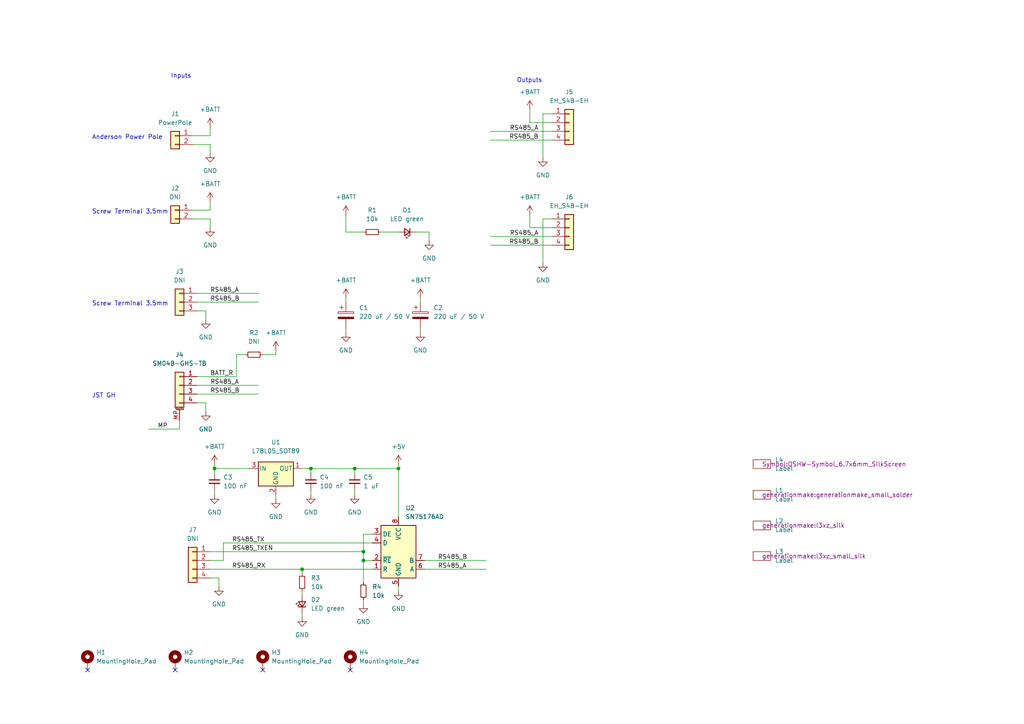
<source format=kicad_sch>
(kicad_sch (version 20211123) (generator eeschema)
  (paper "A4")
  (title_block (title "RS485-Power-Injector") (date "2023-01-23") (rev "0.1") (company "107-systems"))
  (lib_symbols
    (symbol "Connector_Generic:Conn_01x02" (pin_names (offset 1.016) hide)
      (property "Reference" "J" (at 0 2.54 0))
      (property "Value" "Conn_01x02" (at 0 -5.08 0))
      (symbol "Conn_01x02_1_1"
        (rectangle (start -1.27 -2.413) (end 0 -2.667) (stroke (width 0.1524)))
        (rectangle (start -1.27 0.127) (end 0 -0.127) (stroke (width 0.1524)))
        (rectangle (start -1.27 1.27) (end 1.27 -3.81) (stroke (width 0.254)) (fill (type background)))
        (pin passive line (at -5.08 0 0) (length 3.81) (name "Pin_1") (number "1"))
        (pin passive line (at -5.08 -2.54 0) (length 3.81) (name "Pin_2") (number "2"))
      )
    )
    (symbol "Connector_Generic:Conn_01x03" (pin_names (offset 1.016) hide)
      (property "Reference" "J" (at 0 5.08 0))
      (property "Value" "Conn_01x03" (at 0 -5.08 0))
      (symbol "Conn_01x03_1_1"
        (rectangle (start -1.27 -2.413) (end 0 -2.667) (stroke (width 0.1524)))
        (rectangle (start -1.27 0.127) (end 0 -0.127) (stroke (width 0.1524)))
        (rectangle (start -1.27 2.667) (end 0 2.413) (stroke (width 0.1524)))
        (rectangle (start -1.27 3.81) (end 1.27 -3.81) (stroke (width 0.254)) (fill (type background)))
        (pin passive line (at -5.08 2.54 0) (length 3.81) (name "Pin_1") (number "1"))
        (pin passive line (at -5.08 0 0) (length 3.81) (name "Pin_2") (number "2"))
        (pin passive line (at -5.08 -2.54 0) (length 3.81) (name "Pin_3") (number "3"))
      )
    )
    (symbol "Connector_Generic:Conn_01x04" (pin_names (offset 1.016) hide)
      (property "Reference" "J" (at 0 5.08 0))
      (property "Value" "Conn_01x04" (at 0 -7.62 0))
      (symbol "Conn_01x04_1_1"
        (rectangle (start -1.27 -4.953) (end 0 -5.207) (stroke (width 0.1524)))
        (rectangle (start -1.27 -2.413) (end 0 -2.667) (stroke (width 0.1524)))
        (rectangle (start -1.27 0.127) (end 0 -0.127) (stroke (width 0.1524)))
        (rectangle (start -1.27 2.667) (end 0 2.413) (stroke (width 0.1524)))
        (rectangle (start -1.27 3.81) (end 1.27 -6.35) (stroke (width 0.254)) (fill (type background)))
        (pin passive line (at -5.08 2.54 0) (length 3.81) (name "Pin_1") (number "1"))
        (pin passive line (at -5.08 0 0) (length 3.81) (name "Pin_2") (number "2"))
        (pin passive line (at -5.08 -2.54 0) (length 3.81) (name "Pin_3") (number "3"))
        (pin passive line (at -5.08 -5.08 0) (length 3.81) (name "Pin_4") (number "4"))
      )
    )
    (symbol "Connector_Generic_MountingPin:Conn_01x04_MountingPin" (pin_names (offset 1.016) hide)
      (property "Reference" "J" (at 0 5.08 0))
      (property "Value" "Conn_01x04_MountingPin" (at 1.27 -7.62 0))
      (symbol "Conn_01x04_MountingPin_1_1"
        (rectangle (start -1.27 -4.953) (end 0 -5.207) (stroke (width 0.1524)))
        (rectangle (start -1.27 -2.413) (end 0 -2.667) (stroke (width 0.1524)))
        (rectangle (start -1.27 0.127) (end 0 -0.127) (stroke (width 0.1524)))
        (rectangle (start -1.27 2.667) (end 0 2.413) (stroke (width 0.1524)))
        (rectangle (start -1.27 3.81) (end 1.27 -6.35) (stroke (width 0.254)) (fill (type background)))
        (polyline (pts (xy -1.016 -7.112) (xy 1.016 -7.112)) (stroke (width 0.1524)))
        (text "Mounting" (at 0 -6.731 0) (effects (font (size 0.381 0.381))))
        (pin passive line (at -5.08 2.54 0) (length 3.81) (name "Pin_1") (number "1"))
        (pin passive line (at -5.08 0 0) (length 3.81) (name "Pin_2") (number "2"))
        (pin passive line (at -5.08 -2.54 0) (length 3.81) (name "Pin_3") (number "3"))
        (pin passive line (at -5.08 -5.08 0) (length 3.81) (name "Pin_4") (number "4"))
        (pin passive line (at 0 -10.16 90) (length 3.048) (name "MountPin") (number "MP"))
      )
    )
    (symbol "Device:C_Polarized" (pin_numbers hide) (pin_names (offset 0.254))
      (property "Reference" "C" (at 0.635 2.54 0))
      (property "Value" "C_Polarized" (at 0.635 -2.54 0))
      (symbol "C_Polarized_0_1"
        (rectangle (start -2.286 0.508) (end 2.286 1.016))
        (polyline (pts (xy -1.778 2.286) (xy -0.762 2.286)))
        (polyline (pts (xy -1.27 2.794) (xy -1.27 1.778)))
        (rectangle (start 2.286 -0.508) (end -2.286 -1.016) (fill (type outline)))
      )
      (symbol "C_Polarized_1_1"
        (pin passive line (at 0 3.81 270) (length 2.794) (name "~") (number "1"))
        (pin passive line (at 0 -3.81 90) (length 2.794) (name "~") (number "2"))
      )
    )
    (symbol "Device:C_Small" (pin_numbers hide) (pin_names (offset 0.254) hide)
      (property "Reference" "C" (at 0.254 1.778 0))
      (property "Value" "C_Small" (at 0.254 -2.032 0))
      (symbol "C_Small_0_1"
        (polyline (pts (xy -1.524 -0.508) (xy 1.524 -0.508)) (stroke (width 0.3302)))
        (polyline (pts (xy -1.524 0.508) (xy 1.524 0.508)) (stroke (width 0.3048)))
      )
      (symbol "C_Small_1_1"
        (pin passive line (at 0 2.54 270) (length 2.032) (name "~") (number "1"))
        (pin passive line (at 0 -2.54 90) (length 2.032) (name "~") (number "2"))
      )
    )
    (symbol "Device:LED_Small" (pin_numbers hide) (pin_names (offset 0.254) hide)
      (property "Reference" "D" (at -1.27 3.175 0))
      (property "Value" "LED_Small" (at -4.445 -2.54 0))
      (symbol "LED_Small_0_1"
        (polyline (pts (xy -0.762 -1.016) (xy -0.762 1.016)) (stroke (width 0.254)))
        (polyline (pts (xy 1.016 0) (xy -0.762 0)))
        (polyline (pts (xy 0.762 -1.016) (xy -0.762 0) (xy 0.762 1.016) (xy 0.762 -1.016)) (stroke (width 0.254)))
        (polyline (pts (xy 0 0.762) (xy -0.508 1.27) (xy -0.254 1.27) (xy -0.508 1.27) (xy -0.508 1.016)))
        (polyline (pts (xy 0.508 1.27) (xy 0 1.778) (xy 0.254 1.778) (xy 0 1.778) (xy 0 1.524)))
      )
      (symbol "LED_Small_1_1"
        (pin passive line (at -2.54 0 0) (length 1.778) (name "K") (number "1"))
        (pin passive line (at 2.54 0 180) (length 1.778) (name "A") (number "2"))
      )
    )
    (symbol "Device:R_Small" (pin_numbers hide) (pin_names (offset 0.254) hide)
      (property "Reference" "R" (at 0.762 0.508 0))
      (property "Value" "R_Small" (at 0.762 -1.016 0))
      (symbol "R_Small_0_1"
        (rectangle (start -0.762 1.778) (end 0.762 -1.778) (stroke (width 0.2032)))
      )
      (symbol "R_Small_1_1"
        (pin passive line (at 0 2.54 270) (length 0.762) (name "~") (number "1"))
        (pin passive line (at 0 -2.54 90) (length 0.762) (name "~") (number "2"))
      )
    )
    (symbol "Interface_UART:SN75176AD"
      (property "Reference" "U" (at -4.318 8.89 0))
      (property "Value" "SN75176AD" (at 1.016 8.89 0))
      (symbol "SN75176AD_0_1"
        (rectangle (start -5.08 7.62) (end 5.08 -7.62) (stroke (width 0.254)) (fill (type background)))
      )
      (symbol "SN75176AD_1_1"
        (pin output line (at -7.62 -5.08 0) (length 2.54) (name "R") (number "1"))
        (pin input line (at -7.62 -2.54 0) (length 2.54) (name "~{RE}") (number "2"))
        (pin input line (at -7.62 5.08 0) (length 2.54) (name "DE") (number "3"))
        (pin input line (at -7.62 2.54 0) (length 2.54) (name "D") (number "4"))
        (pin power_in line (at 0 -10.16 90) (length 2.54) (name "GND") (number "5"))
        (pin bidirectional line (at 7.62 -5.08 180) (length 2.54) (name "A") (number "6"))
        (pin bidirectional line (at 7.62 -2.54 180) (length 2.54) (name "B") (number "7"))
        (pin power_in line (at 0 10.16 270) (length 2.54) (name "VCC") (number "8"))
      )
    )
    (symbol "Mechanical:MountingHole_Pad" (pin_numbers hide) (pin_names (offset 1.016) hide)
      (property "Reference" "H" (at 0 6.35 0))
      (property "Value" "MountingHole_Pad" (at 0 4.445 0))
      (symbol "MountingHole_Pad_0_1"
        (circle (center 0 1.27) (radius 1.27) (stroke (width 1.27)))
      )
      (symbol "MountingHole_Pad_1_1"
        (pin input line (at 0 -2.54 90) (length 2.54) (name "1") (number "1"))
      )
    )
    (symbol "Regulator_Linear:L78L05_SOT89" (pin_names (offset 0.254))
      (property "Reference" "U" (at -3.81 3.175 0))
      (property "Value" "L78L05_SOT89" (at -0.635 3.175 0))
      (symbol "L78L05_SOT89_0_1"
        (rectangle (start -5.08 1.905) (end 5.08 -5.08) (stroke (width 0.254)) (fill (type background)))
      )
      (symbol "L78L05_SOT89_1_1"
        (pin power_out line (at 7.62 0 180) (length 2.54) (name "OUT") (number "1"))
        (pin power_in line (at 0 -7.62 90) (length 2.54) (name "GND") (number "2"))
        (pin power_in line (at -7.62 0 0) (length 2.54) (name "IN") (number "3"))
      )
    )
    (symbol "generationmake:Label"
      (property "Reference" "L" (at 0 0 0))
      (property "Value" "Label" (at 0 0 0))
      (symbol "Label_0_1"
        (rectangle (start -2.54 1.27) (end 2.54 -1.27))
      )
    )
    (symbol "power:+5V" (power) (pin_names (offset 0))
      (property "Value" "+5V" (at 0 3.556 0))
      (symbol "+5V_0_1"
        (polyline (pts (xy -0.762 1.27) (xy 0 2.54)))
        (polyline (pts (xy 0 0) (xy 0 2.54)))
        (polyline (pts (xy 0 2.54) (xy 0.762 1.27)))
      )
      (symbol "+5V_1_1"
        (pin power_in line (at 0 0 90) (length 0) hide (name "+5V") (number "1"))
      )
    )
    (symbol "power:+BATT" (power) (pin_names (offset 0))
      (property "Value" "+BATT" (at 0 3.556 0))
      (symbol "+BATT_0_1"
        (polyline (pts (xy -0.762 1.27) (xy 0 2.54)))
        (polyline (pts (xy 0 0) (xy 0 2.54)))
        (polyline (pts (xy 0 2.54) (xy 0.762 1.27)))
      )
      (symbol "+BATT_1_1"
        (pin power_in line (at 0 0 90) (length 0) hide (name "+BATT") (number "1"))
      )
    )
    (symbol "power:GND" (power) (pin_names (offset 0))
      (property "Value" "GND" (at 0 -3.81 0))
      (symbol "GND_0_1"
        (polyline (pts (xy 0 0) (xy 0 -1.27) (xy 1.27 -1.27) (xy 0 -2.54) (xy -1.27 -1.27) (xy 0 -1.27)))
      )
      (symbol "GND_1_1"
        (pin power_in line (at 0 0 270) (length 0) hide (name "GND") (number "1"))
      )
    )
  )
  (junction (at 62.23 135.89))
  (junction (at 102.87 135.89))
  (junction (at 105.41 160.02))
  (junction (at 105.41 162.56))
  (junction (at 90.17 135.89))
  (junction (at 87.63 165.1))
  (junction (at 115.57 135.89))
  (no_connect (at 76.2 194.31))
  (no_connect (at 50.8 194.31))
  (no_connect (at 25.4 194.31))
  (no_connect (at 101.6 194.31))
  (wire (pts (xy 57.15 111.76) (xy 74.93 111.76)))
  (wire (pts (xy 64.77 162.56) (xy 64.77 157.48)))
  (wire (pts (xy 90.17 142.24) (xy 90.17 143.51)))
  (wire (pts (xy 90.17 135.89) (xy 90.17 137.16)))
  (wire (pts (xy 60.96 60.96) (xy 60.96 58.42)))
  (wire (pts (xy 121.92 95.25) (xy 121.92 96.52)))
  (wire (pts (xy 115.57 134.62) (xy 115.57 135.89)))
  (wire (pts (xy 105.41 160.02) (xy 105.41 162.56)))
  (wire (pts (xy 107.95 154.94) (xy 105.41 154.94)))
  (wire (pts (xy 68.58 102.87) (xy 68.58 109.22)))
  (wire (pts (xy 62.23 135.89) (xy 72.39 135.89)))
  (wire (pts (xy 57.15 114.3) (xy 74.93 114.3)))
  (wire (pts (xy 102.87 142.24) (xy 102.87 143.51)))
  (wire (pts (xy 71.12 102.87) (xy 68.58 102.87)))
  (wire (pts (xy 60.96 63.5) (xy 60.96 66.04)))
  (wire (pts (xy 57.15 85.09) (xy 74.93 85.09)))
  (wire (pts (xy 60.96 160.02) (xy 105.41 160.02)))
  (wire (pts (xy 90.17 135.89) (xy 102.87 135.89)))
  (wire (pts (xy 52.07 124.46) (xy 52.07 121.92)))
  (wire (pts (xy 123.19 165.1) (xy 140.97 165.1)))
  (wire (pts (xy 153.67 35.56) (xy 160.02 35.56)))
  (wire (pts (xy 76.2 102.87) (xy 80.01 102.87)))
  (wire (pts (xy 60.96 165.1) (xy 87.63 165.1)))
  (wire (pts (xy 57.15 87.63) (xy 74.93 87.63)))
  (wire (pts (xy 115.57 135.89) (xy 115.57 149.86)))
  (wire (pts (xy 59.69 116.84) (xy 59.69 119.38)))
  (wire (pts (xy 62.23 135.89) (xy 62.23 137.16)))
  (wire (pts (xy 87.63 165.1) (xy 107.95 165.1)))
  (wire (pts (xy 55.88 63.5) (xy 60.96 63.5)))
  (wire (pts (xy 80.01 102.87) (xy 80.01 101.6)))
  (wire (pts (xy 121.92 86.36) (xy 121.92 87.63)))
  (wire (pts (xy 80.01 143.51) (xy 80.01 144.78)))
  (wire (pts (xy 153.67 66.04) (xy 160.02 66.04)))
  (wire (pts (xy 55.88 41.91) (xy 60.96 41.91)))
  (wire (pts (xy 62.23 134.62) (xy 62.23 135.89)))
  (wire (pts (xy 102.87 135.89) (xy 102.87 137.16)))
  (wire (pts (xy 123.19 162.56) (xy 140.97 162.56)))
  (wire (pts (xy 153.67 31.75) (xy 153.67 35.56)))
  (wire (pts (xy 60.96 41.91) (xy 60.96 44.45)))
  (wire (pts (xy 157.48 33.02) (xy 157.48 45.72)))
  (wire (pts (xy 100.33 86.36) (xy 100.33 87.63)))
  (wire (pts (xy 43.18 124.46) (xy 52.07 124.46)))
  (wire (pts (xy 60.96 39.37) (xy 60.96 36.83)))
  (wire (pts (xy 124.46 67.31) (xy 124.46 69.85)))
  (wire (pts (xy 87.63 171.45) (xy 87.63 172.72)))
  (wire (pts (xy 59.69 90.17) (xy 59.69 92.71)))
  (wire (pts (xy 160.02 38.1) (xy 142.24 38.1)))
  (wire (pts (xy 57.15 116.84) (xy 59.69 116.84)))
  (wire (pts (xy 55.88 39.37) (xy 60.96 39.37)))
  (wire (pts (xy 115.57 170.18) (xy 115.57 171.45)))
  (wire (pts (xy 64.77 157.48) (xy 107.95 157.48)))
  (wire (pts (xy 105.41 162.56) (xy 107.95 162.56)))
  (wire (pts (xy 120.65 67.31) (xy 124.46 67.31)))
  (wire (pts (xy 160.02 63.5) (xy 157.48 63.5)))
  (wire (pts (xy 60.96 162.56) (xy 64.77 162.56)))
  (wire (pts (xy 105.41 67.31) (xy 100.33 67.31)))
  (wire (pts (xy 160.02 33.02) (xy 157.48 33.02)))
  (wire (pts (xy 110.49 67.31) (xy 115.57 67.31)))
  (wire (pts (xy 57.15 90.17) (xy 59.69 90.17)))
  (wire (pts (xy 105.41 154.94) (xy 105.41 160.02)))
  (wire (pts (xy 100.33 95.25) (xy 100.33 96.52)))
  (wire (pts (xy 87.63 135.89) (xy 90.17 135.89)))
  (wire (pts (xy 87.63 165.1) (xy 87.63 166.37)))
  (wire (pts (xy 157.48 63.5) (xy 157.48 76.2)))
  (wire (pts (xy 68.58 109.22) (xy 57.15 109.22)))
  (wire (pts (xy 63.5 167.64) (xy 63.5 170.18)))
  (wire (pts (xy 60.96 167.64) (xy 63.5 167.64)))
  (wire (pts (xy 55.88 60.96) (xy 60.96 60.96)))
  (wire (pts (xy 102.87 135.89) (xy 115.57 135.89)))
  (wire (pts (xy 87.63 177.8) (xy 87.63 179.07)))
  (wire (pts (xy 160.02 68.58) (xy 142.24 68.58)))
  (wire (pts (xy 160.02 40.64) (xy 142.24 40.64)))
  (wire (pts (xy 105.41 173.99) (xy 105.41 175.26)))
  (wire (pts (xy 100.33 67.31) (xy 100.33 62.23)))
  (wire (pts (xy 62.23 142.24) (xy 62.23 143.51)))
  (wire (pts (xy 153.67 62.23) (xy 153.67 66.04)))
  (wire (pts (xy 160.02 71.12) (xy 142.24 71.12)))
  (wire (pts (xy 105.41 162.56) (xy 105.41 168.91)))
  (text "JST GH" (at 26.67 115.57 0) (effects (font (size 1.27 1.27)) (justify left bottom)))
  (text "Outputs" (at 149.86 24.13 0) (effects (font (size 1.27 1.27)) (justify left bottom)))
  (text "Anderson Power Pole" (at 26.67 40.64 0) (effects (font (size 1.27 1.27)) (justify left bottom)))
  (text "Screw Terminal 3.5mm" (at 26.67 88.9 0) (effects (font (size 1.27 1.27)) (justify left bottom)))
  (text "Inputs" (at 49.53 22.86 0) (effects (font (size 1.27 1.27)) (justify left bottom)))
  (text "Screw Terminal 3.5mm" (at 26.67 62.23 0) (effects (font (size 1.27 1.27)) (justify left bottom)))
  (label "RS485_RX" (at 67.31 165.1 0))
  (label "RS485_A" (at 60.96 111.76 0))
  (label "RS485_B" (at 156.21 71.12 180))
  (label "RS485_B" (at 127 162.56 0))
  (label "RS485_TXEN" (at 67.31 160.02 0))
  (label "RS485_A" (at 156.21 38.1 180))
  (label "RS485_A" (at 156.21 68.58 180))
  (label "BATT_R" (at 60.96 109.22 0))
  (label "RS485_A" (at 60.96 85.09 0))
  (label "RS485_B" (at 60.96 114.3 0))
  (label "MP" (at 45.72 124.46 0))
  (label "RS485_A" (at 127 165.1 0))
  (label "RS485_B" (at 156.21 40.64 180))
  (label "RS485_B" (at 60.96 87.63 0))
  (label "RS485_TX" (at 67.31 157.48 0))
  (symbol (lib_id "power:+BATT") (at 100.33 62.23 0) (unit 1)
    (property "Reference" "#PWR07" (effects hide))
    (property "Value" "+BATT" (at 100.33 57.15 0))
  )
  (symbol (lib_id "Connector_Generic:Conn_01x04") (at 55.88 162.56 0) (mirror y) (unit 1)
    (property "Reference" "J7" (at 55.88 153.67 0))
    (property "Value" "DNI" (at 55.88 156.21 0))
    (property "Footprint" "Connector_PinHeader_2.54mm:PinHeader_1x04_P2.54mm_Vertical" (effects hide))
  )
  (symbol (lib_id "power:GND") (at 90.17 143.51 0) (unit 1)
    (property "Reference" "#PWR023" (effects hide))
    (property "Value" "GND" (at 90.17 148.59 0))
  )
  (symbol (lib_id "Mechanical:MountingHole_Pad") (at 25.4 191.77 0) (unit 1) (in_bom no)
    (property "Reference" "H1" (at 27.94 189.2299 0) (effects (justify left)))
    (property "Value" "MountingHole_Pad" (at 27.94 191.7699 0) (effects (justify left)))
    (property "Footprint" "MountingHole:MountingHole_3.2mm_M3_DIN965_Pad" (effects hide))
  )
  (symbol (lib_id "power:+BATT") (at 80.01 101.6 0) (unit 1)
    (property "Reference" "#PWR017" (effects hide))
    (property "Value" "+BATT" (at 80.01 96.52 0))
  )
  (symbol (lib_id "Mechanical:MountingHole_Pad") (at 76.2 191.77 0) (unit 1) (in_bom no)
    (property "Reference" "H3" (at 78.74 189.2299 0) (effects (justify left)))
    (property "Value" "MountingHole_Pad" (at 78.74 191.7699 0) (effects (justify left)))
    (property "Footprint" "MountingHole:MountingHole_3.2mm_M3_DIN965_Pad" (effects hide))
  )
  (symbol (lib_id "power:GND") (at 87.63 179.07 0) (unit 1)
    (property "Reference" "#PWR022" (effects hide))
    (property "Value" "GND" (at 87.63 184.15 0))
  )
  (symbol (lib_id "power:+BATT") (at 60.96 36.83 0) (unit 1)
    (property "Reference" "#PWR03" (effects hide))
    (property "Value" "+BATT" (at 60.96 31.75 0))
  )
  (symbol (lib_id "power:GND") (at 59.69 119.38 0) (unit 1)
    (property "Reference" "#PWR02" (effects hide))
    (property "Value" "GND" (at 59.69 124.46 0))
  )
  (symbol (lib_id "power:GND") (at 102.87 143.51 0) (unit 1)
    (property "Reference" "#PWR024" (effects hide))
    (property "Value" "GND" (at 102.87 148.59 0))
  )
  (symbol (lib_id "power:GND") (at 63.5 170.18 0) (unit 1)
    (property "Reference" "#PWR020" (effects hide))
    (property "Value" "GND" (at 63.5 175.26 0))
  )
  (symbol (lib_id "power:+BATT") (at 153.67 62.23 0) (unit 1)
    (property "Reference" "#PWR014" (effects hide))
    (property "Value" "+BATT" (at 153.67 57.15 0))
  )
  (symbol (lib_id "Device:C_Polarized") (at 121.92 91.44 0) (unit 1)
    (property "Reference" "C2" (at 125.73 89.2809 0) (effects (justify left)))
    (property "Value" "220 uF / 50 V" (at 125.73 91.8209 0) (effects (justify left)))
    (property "Footprint" "Capacitor_SMD:CP_Elec_10x14.3" (effects hide))
  )
  (symbol (lib_id "power:GND") (at 60.96 66.04 0) (unit 1)
    (property "Reference" "#PWR06" (effects hide))
    (property "Value" "GND" (at 60.96 71.12 0))
  )
  (symbol (lib_id "power:GND") (at 100.33 96.52 0) (unit 1)
    (property "Reference" "#PWR09" (effects hide))
    (property "Value" "GND" (at 100.33 101.6 0))
  )
  (symbol (lib_id "Connector_Generic:Conn_01x04") (at 165.1 35.56 0) (unit 1)
    (property "Reference" "J5" (at 165.1 26.67 0))
    (property "Value" "EH_S4B-EH" (at 165.1 29.21 0))
    (property "Footprint" "Connector_JST:JST_EH_S4B-EH_1x04_P2.50mm_Horizontal" (effects hide))
  )
  (symbol (lib_id "generationmake:Label") (at 220.98 161.29 0) (unit 1) (in_bom no)
    (property "Reference" "L3" (at 224.79 160.0199 0) (effects (justify left)))
    (property "Value" "Label" (at 224.79 162.5599 0) (effects (justify left)))
    (property "Footprint" "generationmake:l3xz_small_silk" (at 220.98 161.29 0) (effects (justify left)))
  )
  (symbol (lib_id "Interface_UART:SN75176AD") (at 115.57 160.02 0) (unit 1)
    (property "Reference" "U2" (at 117.5894 147.32 0) (effects (justify left)))
    (property "Value" "SN75176AD" (at 117.5894 149.86 0) (effects (justify left)))
    (property "Footprint" "Package_SO:SOIC-8_3.9x4.9mm_P1.27mm" (effects hide))
    (property "Datasheet" "http://www.ti.com/lit/ds/symlink/sn75176a.pdf" (effects hide))
  )
  (symbol (lib_id "Connector_Generic:Conn_01x02") (at 50.8 60.96 0) (mirror y) (unit 1)
    (property "Reference" "J2" (at 50.8 54.61 0))
    (property "Value" "DNI" (at 50.8 57.15 0))
    (property "Footprint" "Connector_Phoenix_MC:PhoenixContact_MC_1,5_2-G-3.5_1x02_P3.50mm_Horizontal" (effects hide))
  )
  (symbol (lib_id "Mechanical:MountingHole_Pad") (at 101.6 191.77 0) (unit 1) (in_bom no)
    (property "Reference" "H4" (at 104.14 189.2299 0) (effects (justify left)))
    (property "Value" "MountingHole_Pad" (at 104.14 191.7699 0) (effects (justify left)))
    (property "Footprint" "MountingHole:MountingHole_3.2mm_M3_DIN965_Pad" (effects hide))
  )
  (symbol (lib_id "power:GND") (at 124.46 69.85 0) (unit 1)
    (property "Reference" "#PWR012" (effects hide))
    (property "Value" "GND" (at 124.46 74.93 0))
  )
  (symbol (lib_id "generationmake:Label") (at 220.98 134.62 0) (unit 1) (in_bom no)
    (property "Reference" "L4" (at 224.79 133.3499 0) (effects (justify left)))
    (property "Value" "Label" (at 224.79 135.8899 0) (effects (justify left)))
    (property "Footprint" "Symbol:OSHW-Symbol_6.7x6mm_SilkScreen" (at 220.98 134.62 0) (effects (justify left)))
  )
  (symbol (lib_id "power:GND") (at 157.48 76.2 0) (mirror y) (unit 1)
    (property "Reference" "#PWR016" (effects hide))
    (property "Value" "GND" (at 157.48 81.28 0))
  )
  (symbol (lib_id "Connector_Generic_MountingPin:Conn_01x04_MountingPin") (at 52.07 111.76 0) (mirror y) (unit 1)
    (property "Reference" "J4" (at 52.07 102.87 0))
    (property "Value" "SM04B-GHS-TB" (at 52.07 105.41 0))
    (property "Footprint" "Connector_JST:JST_GH_SM04B-GHS-TB_1x04-1MP_P1.25mm_Horizontal" (effects hide))
  )
  (symbol (lib_id "Connector_Generic:Conn_01x04") (at 165.1 66.04 0) (unit 1)
    (property "Reference" "J6" (at 165.1 57.15 0))
    (property "Value" "EH_S4B-EH" (at 165.1 59.69 0))
    (property "Footprint" "Connector_JST:JST_EH_S4B-EH_1x04_P2.50mm_Horizontal" (effects hide))
  )
  (symbol (lib_id "power:+BATT") (at 100.33 86.36 0) (unit 1)
    (property "Reference" "#PWR08" (effects hide))
    (property "Value" "+BATT" (at 100.33 81.28 0))
  )
  (symbol (lib_id "generationmake:Label") (at 220.98 152.4 0) (unit 1) (in_bom no)
    (property "Reference" "L2" (at 224.79 151.1299 0) (effects (justify left)))
    (property "Value" "Label" (at 224.79 153.6699 0) (effects (justify left)))
    (property "Footprint" "generationmake:l3xz_silk" (at 220.98 152.4 0) (effects (justify left)))
  )
  (symbol (lib_id "Device:C_Polarized") (at 100.33 91.44 0) (unit 1)
    (property "Reference" "C1" (at 104.14 89.2809 0) (effects (justify left)))
    (property "Value" "220 uF / 50 V" (at 104.14 91.8209 0) (effects (justify left)))
    (property "Footprint" "Capacitor_SMD:CP_Elec_10x14.3" (effects hide))
  )
  (symbol (lib_id "power:GND") (at 59.69 92.71 0) (unit 1)
    (property "Reference" "#PWR01" (effects hide))
    (property "Value" "GND" (at 59.69 97.79 0))
  )
  (symbol (lib_id "generationmake:Label") (at 220.98 143.51 0) (unit 1) (in_bom no)
    (property "Reference" "L1" (at 224.79 142.2399 0) (effects (justify left)))
    (property "Value" "Label" (at 224.79 144.7799 0) (effects (justify left)))
    (property "Footprint" "generationmake:generationmake_small_solder" (at 220.98 143.51 0) (effects (justify left)))
  )
  (symbol (lib_id "power:+BATT") (at 62.23 134.62 0) (unit 1)
    (property "Reference" "#PWR018" (effects hide))
    (property "Value" "+BATT" (at 62.23 129.54 0))
  )
  (symbol (lib_id "power:GND") (at 62.23 143.51 0) (unit 1)
    (property "Reference" "#PWR019" (effects hide))
    (property "Value" "GND" (at 62.23 148.59 0))
  )
  (symbol (lib_id "power:+BATT") (at 60.96 58.42 0) (unit 1)
    (property "Reference" "#PWR05" (effects hide))
    (property "Value" "+BATT" (at 60.96 53.34 0))
  )
  (symbol (lib_id "power:GND") (at 105.41 175.26 0) (unit 1)
    (property "Reference" "#PWR025" (effects hide))
    (property "Value" "GND" (at 105.41 180.34 0))
  )
  (symbol (lib_id "Device:C_Small") (at 102.87 139.7 0) (unit 1)
    (property "Reference" "C5" (at 105.41 138.4362 0) (effects (justify left)))
    (property "Value" "1 uF" (at 105.41 140.9762 0) (effects (justify left)))
    (property "Footprint" "Capacitor_SMD:C_0603_1608Metric" (effects hide))
  )
  (symbol (lib_id "Connector_Generic:Conn_01x02") (at 50.8 39.37 0) (mirror y) (unit 1)
    (property "Reference" "J1" (at 50.8 33.02 0))
    (property "Value" "PowerPole" (at 50.8 35.56 0))
    (property "Footprint" "generationmake:POWERPOLE_hor_2" (effects hide))
  )
  (symbol (lib_id "Device:LED_Small") (at 118.11 67.31 180) (unit 1)
    (property "Reference" "D1" (at 118.0465 60.96 0))
    (property "Value" "LED green" (at 118.0465 63.5 0))
    (property "Footprint" "LED_SMD:LED_0603_1608Metric" (effects hide))
  )
  (symbol (lib_id "Mechanical:MountingHole_Pad") (at 50.8 191.77 0) (unit 1) (in_bom no)
    (property "Reference" "H2" (at 53.34 189.2299 0) (effects (justify left)))
    (property "Value" "MountingHole_Pad" (at 53.34 191.7699 0) (effects (justify left)))
    (property "Footprint" "MountingHole:MountingHole_3.2mm_M3_DIN965_Pad" (effects hide))
  )
  (symbol (lib_id "power:GND") (at 60.96 44.45 0) (unit 1)
    (property "Reference" "#PWR04" (effects hide))
    (property "Value" "GND" (at 60.96 49.53 0))
  )
  (symbol (lib_id "Regulator_Linear:L78L05_SOT89") (at 80.01 135.89 0) (unit 1)
    (property "Reference" "U1" (at 80.01 128.27 0))
    (property "Value" "L78L05_SOT89" (at 80.01 130.81 0))
    (property "Footprint" "Package_TO_SOT_SMD:SOT-89-3" (effects hide))
    (property "Datasheet" "http://www.st.com/content/ccc/resource/technical/document/datasheet/15/55/e5/aa/23/5b/43/fd/CD00000446.pdf/files/CD00000446.pdf/jcr:content/translations/en.CD00000446.pdf" (effects hide))
  )
  (symbol (lib_id "power:+BATT") (at 153.67 31.75 0) (unit 1)
    (property "Reference" "#PWR013" (effects hide))
    (property "Value" "+BATT" (at 153.67 26.67 0))
  )
  (symbol (lib_id "power:GND") (at 121.92 96.52 0) (unit 1)
    (property "Reference" "#PWR011" (effects hide))
    (property "Value" "GND" (at 121.92 101.6 0))
  )
  (symbol (lib_id "Connector_Generic:Conn_01x03") (at 52.07 87.63 0) (mirror y) (unit 1)
    (property "Reference" "J3" (at 52.07 78.74 0))
    (property "Value" "DNI" (at 52.07 81.28 0))
    (property "Footprint" "Connector_Phoenix_MC:PhoenixContact_MC_1,5_3-G-3.5_1x03_P3.50mm_Horizontal" (effects hide))
  )
  (symbol (lib_id "power:+BATT") (at 121.92 86.36 0) (unit 1)
    (property "Reference" "#PWR010" (effects hide))
    (property "Value" "+BATT" (at 121.92 81.28 0))
  )
  (symbol (lib_id "Device:R_Small") (at 105.41 171.45 180) (unit 1)
    (property "Reference" "R4" (at 107.95 170.1799 0) (effects (justify right)))
    (property "Value" "10k" (at 107.95 172.7199 0) (effects (justify right)))
    (property "Footprint" "Resistor_SMD:R_0603_1608Metric" (effects hide))
  )
  (symbol (lib_id "Device:R_Small") (at 107.95 67.31 90) (unit 1)
    (property "Reference" "R1" (at 107.95 60.96 90))
    (property "Value" "10k" (at 107.95 63.5 90))
    (property "Footprint" "Resistor_SMD:R_0603_1608Metric" (effects hide))
  )
  (symbol (lib_id "power:GND") (at 157.48 45.72 0) (mirror y) (unit 1)
    (property "Reference" "#PWR015" (effects hide))
    (property "Value" "GND" (at 157.48 50.8 0))
  )
  (symbol (lib_id "power:+5V") (at 115.57 134.62 0) (unit 1)
    (property "Reference" "#PWR026" (effects hide))
    (property "Value" "+5V" (at 115.57 129.54 0))
  )
  (symbol (lib_id "Device:C_Small") (at 90.17 139.7 0) (unit 1)
    (property "Reference" "C4" (at 92.71 138.4362 0) (effects (justify left)))
    (property "Value" "100 nF" (at 92.71 140.9762 0) (effects (justify left)))
    (property "Footprint" "Capacitor_SMD:C_0603_1608Metric" (effects hide))
  )
  (symbol (lib_id "Device:R_Small") (at 87.63 168.91 180) (unit 1)
    (property "Reference" "R3" (at 90.17 167.6399 0) (effects (justify right)))
    (property "Value" "10k" (at 90.17 170.1799 0) (effects (justify right)))
    (property "Footprint" "Resistor_SMD:R_0603_1608Metric" (effects hide))
  )
  (symbol (lib_id "power:GND") (at 115.57 171.45 0) (unit 1)
    (property "Reference" "#PWR027" (effects hide))
    (property "Value" "GND" (at 115.57 176.53 0))
  )
  (symbol (lib_id "Device:LED_Small") (at 87.63 175.26 90) (unit 1)
    (property "Reference" "D2" (at 90.17 173.9264 90) (effects (justify right)))
    (property "Value" "LED green" (at 90.17 176.4664 90) (effects (justify right)))
    (property "Footprint" "LED_SMD:LED_0603_1608Metric" (effects hide))
  )
  (symbol (lib_id "power:GND") (at 80.01 144.78 0) (unit 1)
    (property "Reference" "#PWR021" (effects hide))
    (property "Value" "GND" (at 80.01 149.86 0))
  )
  (symbol (lib_id "Device:C_Small") (at 62.23 139.7 0) (unit 1)
    (property "Reference" "C3" (at 64.77 138.4362 0) (effects (justify left)))
    (property "Value" "100 nF" (at 64.77 140.9762 0) (effects (justify left)))
    (property "Footprint" "Capacitor_SMD:C_0603_1608Metric" (effects hide))
  )
  (symbol (lib_id "Device:R_Small") (at 73.66 102.87 90) (unit 1)
    (property "Reference" "R2" (at 73.66 96.52 90))
    (property "Value" "DNI" (at 73.66 99.06 90))
    (property "Footprint" "Resistor_SMD:R_0603_1608Metric" (effects hide))
  )
)
</source>
